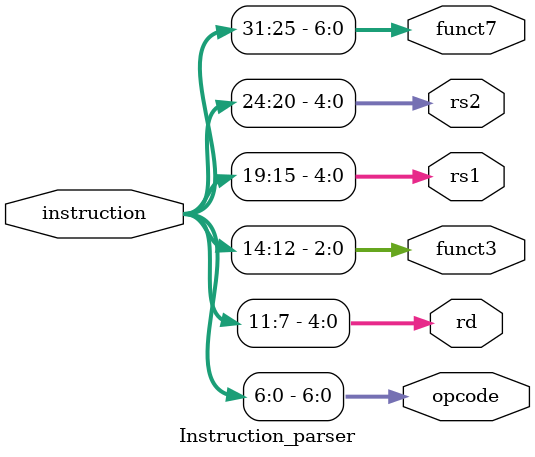
<source format=v>
module Instruction_parser
(
	input [31:0] instruction,
	
	output reg [6:0] opcode,
	output reg [4:0] rd,
	output reg [2:0] funct3,
	output reg [4:0] rs1,
	output reg [4:0] rs2,
	output reg [6:0] funct7

);


	always @ (instruction)
	begin
		opcode=instruction[6:0];
		rd=instruction[11:7];
		funct3=instruction[14:12];
		rs1=instruction[19:15];
		rs2=instruction[24:20];
		funct7=instruction[31:25];
	end
endmodule
</source>
